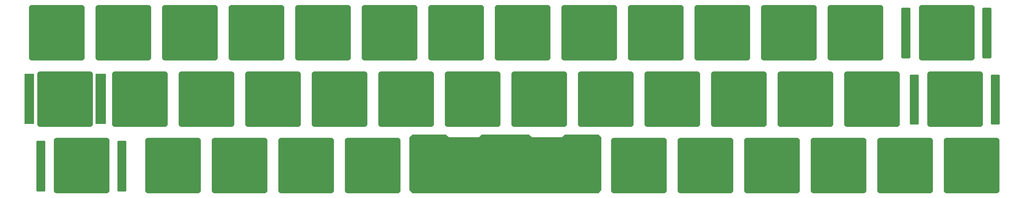
<source format=gbl>
%TF.GenerationSoftware,KiCad,Pcbnew,(5.99.0-10847-g28909c1a72)*%
%TF.CreationDate,2021-06-19T00:09:30+03:00*%
%TF.ProjectId,vanpole plates,76616e70-6f6c-4652-9070-6c617465732e,rev?*%
%TF.SameCoordinates,Original*%
%TF.FileFunction,Copper,L2,Bot*%
%TF.FilePolarity,Positive*%
%FSLAX46Y46*%
G04 Gerber Fmt 4.6, Leading zero omitted, Abs format (unit mm)*
G04 Created by KiCad (PCBNEW (5.99.0-10847-g28909c1a72)) date 2021-06-19 00:09:30*
%MOMM*%
%LPD*%
G01*
G04 APERTURE LIST*
G04 Aperture macros list*
%AMRoundRect*
0 Rectangle with rounded corners*
0 $1 Rounding radius*
0 $2 $3 $4 $5 $6 $7 $8 $9 X,Y pos of 4 corners*
0 Add a 4 corners polygon primitive as box body*
4,1,4,$2,$3,$4,$5,$6,$7,$8,$9,$2,$3,0*
0 Add four circle primitives for the rounded corners*
1,1,$1+$1,$2,$3*
1,1,$1+$1,$4,$5*
1,1,$1+$1,$6,$7*
1,1,$1+$1,$8,$9*
0 Add four rect primitives between the rounded corners*
20,1,$1+$1,$2,$3,$4,$5,0*
20,1,$1+$1,$4,$5,$6,$7,0*
20,1,$1+$1,$6,$7,$8,$9,0*
20,1,$1+$1,$8,$9,$2,$3,0*%
G04 Aperture macros list end*
%TA.AperFunction,NonConductor*%
%ADD10C,0.200000*%
%TD*%
%TA.AperFunction,SMDPad,CuDef*%
%ADD11RoundRect,1.008000X-6.992000X-6.992000X6.992000X-6.992000X6.992000X6.992000X-6.992000X6.992000X0*%
%TD*%
G04 APERTURE END LIST*
D10*
X287800000Y-235200000D02*
X287800000Y-249200000D01*
X287800000Y-249200000D02*
X287600000Y-249400000D01*
X287600000Y-249400000D02*
X285600000Y-249400000D01*
X285600000Y-249400000D02*
X285400000Y-249200000D01*
X285400000Y-249200000D02*
X285400000Y-235200000D01*
X285400000Y-235200000D02*
X285600000Y-235000000D01*
X285600000Y-235000000D02*
X287600000Y-235000000D01*
X287600000Y-235000000D02*
X287800000Y-235200000D01*
G36*
X287800000Y-235200000D02*
G01*
X287800000Y-249200000D01*
X287600000Y-249400000D01*
X285600000Y-249400000D01*
X285400000Y-249200000D01*
X285400000Y-235200000D01*
X285600000Y-235000000D01*
X287600000Y-235000000D01*
X287800000Y-235200000D01*
G37*
X287800000Y-235200000D02*
X287800000Y-249200000D01*
X287600000Y-249400000D01*
X285600000Y-249400000D01*
X285400000Y-249200000D01*
X285400000Y-235200000D01*
X285600000Y-235000000D01*
X287600000Y-235000000D01*
X287800000Y-235200000D01*
X264600000Y-235200000D02*
X264600000Y-249200000D01*
X264600000Y-249200000D02*
X264400000Y-249400000D01*
X264400000Y-249400000D02*
X262400000Y-249400000D01*
X262400000Y-249400000D02*
X262200000Y-249200000D01*
X262200000Y-249200000D02*
X262200000Y-235200000D01*
X262200000Y-235200000D02*
X262400000Y-235000000D01*
X262400000Y-235000000D02*
X264400000Y-235000000D01*
X264400000Y-235000000D02*
X264600000Y-235200000D01*
G36*
X264600000Y-235200000D02*
G01*
X264600000Y-249200000D01*
X264400000Y-249400000D01*
X262400000Y-249400000D01*
X262200000Y-249200000D01*
X262200000Y-235200000D01*
X262400000Y-235000000D01*
X264400000Y-235000000D01*
X264600000Y-235200000D01*
G37*
X264600000Y-235200000D02*
X264600000Y-249200000D01*
X264400000Y-249400000D01*
X262400000Y-249400000D01*
X262200000Y-249200000D01*
X262200000Y-235200000D01*
X262400000Y-235000000D01*
X264400000Y-235000000D01*
X264600000Y-235200000D01*
X290198991Y-254398831D02*
X290198991Y-268198831D01*
X290198991Y-268198831D02*
X289998991Y-268398831D01*
X289998991Y-268398831D02*
X287998991Y-268398831D01*
X287998991Y-268398831D02*
X287798991Y-268198831D01*
X287798991Y-268198831D02*
X287798991Y-254398831D01*
X287798991Y-254398831D02*
X287998991Y-254198831D01*
X287998991Y-254198831D02*
X289998991Y-254198831D01*
X289998991Y-254198831D02*
X290198991Y-254398831D01*
G36*
X290198991Y-254398831D02*
G01*
X290198991Y-268198831D01*
X289998991Y-268398831D01*
X287998991Y-268398831D01*
X287798991Y-268198831D01*
X287798991Y-254398831D01*
X287998991Y-254198831D01*
X289998991Y-254198831D01*
X290198991Y-254398831D01*
G37*
X290198991Y-254398831D02*
X290198991Y-268198831D01*
X289998991Y-268398831D01*
X287998991Y-268398831D01*
X287798991Y-268198831D01*
X287798991Y-254398831D01*
X287998991Y-254198831D01*
X289998991Y-254198831D01*
X290198991Y-254398831D01*
X266998088Y-254399522D02*
X266998088Y-268199522D01*
X266998088Y-268199522D02*
X266798088Y-268399522D01*
X266798088Y-268399522D02*
X264798088Y-268399522D01*
X264798088Y-268399522D02*
X264598088Y-268199522D01*
X264598088Y-268199522D02*
X264598088Y-254399522D01*
X264598088Y-254399522D02*
X264798088Y-254199522D01*
X264798088Y-254199522D02*
X266798088Y-254199522D01*
X266798088Y-254199522D02*
X266998088Y-254399522D01*
G36*
X266998088Y-254399522D02*
G01*
X266998088Y-268199522D01*
X266798088Y-268399522D01*
X264798088Y-268399522D01*
X264598088Y-268199522D01*
X264598088Y-254399522D01*
X264798088Y-254199522D01*
X266798088Y-254199522D01*
X266998088Y-254399522D01*
G37*
X266998088Y-254399522D02*
X266998088Y-268199522D01*
X266798088Y-268399522D01*
X264798088Y-268399522D01*
X264598088Y-268199522D01*
X264598088Y-254399522D01*
X264798088Y-254199522D01*
X266798088Y-254199522D01*
X266998088Y-254399522D01*
X16991702Y-273391924D02*
X16991702Y-287391924D01*
X16991702Y-287391924D02*
X16791702Y-287591924D01*
X16791702Y-287591924D02*
X14791702Y-287591924D01*
X14791702Y-287591924D02*
X14591702Y-287391924D01*
X14591702Y-287391924D02*
X14591702Y-273391924D01*
X14591702Y-273391924D02*
X14791702Y-273191924D01*
X14791702Y-273191924D02*
X16791702Y-273191924D01*
X16791702Y-273191924D02*
X16991702Y-273391924D01*
G36*
X16991702Y-273391924D02*
G01*
X16991702Y-287391924D01*
X16791702Y-287591924D01*
X14791702Y-287591924D01*
X14591702Y-287391924D01*
X14591702Y-273391924D01*
X14791702Y-273191924D01*
X16791702Y-273191924D01*
X16991702Y-273391924D01*
G37*
X16991702Y-273391924D02*
X16991702Y-287391924D01*
X16791702Y-287591924D01*
X14791702Y-287591924D01*
X14591702Y-287391924D01*
X14591702Y-273391924D01*
X14791702Y-273191924D01*
X16791702Y-273191924D01*
X16991702Y-273391924D01*
X40195344Y-273389596D02*
X40195344Y-287389596D01*
X40195344Y-287389596D02*
X39995344Y-287589596D01*
X39995344Y-287589596D02*
X37995344Y-287589596D01*
X37995344Y-287589596D02*
X37795344Y-287389596D01*
X37795344Y-287389596D02*
X37795344Y-273389596D01*
X37795344Y-273389596D02*
X37995344Y-273189596D01*
X37995344Y-273189596D02*
X39995344Y-273189596D01*
X39995344Y-273189596D02*
X40195344Y-273389596D01*
G36*
X40195344Y-273389596D02*
G01*
X40195344Y-287389596D01*
X39995344Y-287589596D01*
X37995344Y-287589596D01*
X37795344Y-287389596D01*
X37795344Y-273389596D01*
X37995344Y-273189596D01*
X39995344Y-273189596D01*
X40195344Y-273389596D01*
G37*
X40195344Y-273389596D02*
X40195344Y-287389596D01*
X39995344Y-287589596D01*
X37995344Y-287589596D01*
X37795344Y-287389596D01*
X37795344Y-273389596D01*
X37995344Y-273189596D01*
X39995344Y-273189596D01*
X40195344Y-273389596D01*
X34380183Y-268189424D02*
X31580183Y-268189424D01*
X31580183Y-268189424D02*
X31580183Y-253989424D01*
X31580183Y-253989424D02*
X34380183Y-253989424D01*
X34380183Y-253989424D02*
X34380183Y-268189424D01*
G36*
X34380183Y-268189424D02*
G01*
X31580183Y-268189424D01*
X31580183Y-253989424D01*
X34380183Y-253989424D01*
X34380183Y-268189424D01*
G37*
X34380183Y-268189424D02*
X31580183Y-268189424D01*
X31580183Y-253989424D01*
X34380183Y-253989424D01*
X34380183Y-268189424D01*
X13796060Y-268197893D02*
X11196060Y-268197893D01*
X11196060Y-268197893D02*
X11196060Y-253997893D01*
X11196060Y-253997893D02*
X13796060Y-253997893D01*
X13796060Y-253997893D02*
X13796060Y-268197893D01*
G36*
X13796060Y-268197893D02*
G01*
X11196060Y-268197893D01*
X11196060Y-253997893D01*
X13796060Y-253997893D01*
X13796060Y-268197893D01*
G37*
X13796060Y-268197893D02*
X11196060Y-268197893D01*
X11196060Y-253997893D01*
X13796060Y-253997893D01*
X13796060Y-268197893D01*
X132521196Y-272199399D02*
X141252446Y-272199399D01*
X141252446Y-272199399D02*
X142046196Y-271405649D01*
X142046196Y-271405649D02*
X155539946Y-271405649D01*
X155539946Y-271405649D02*
X156333696Y-272199399D01*
X156333696Y-272199399D02*
X165064946Y-272199399D01*
X165064946Y-272199399D02*
X165858696Y-271405649D01*
X165858696Y-271405649D02*
X175383696Y-271405649D01*
X175383696Y-271405649D02*
X176177446Y-272199399D01*
X176177446Y-272199399D02*
X176177446Y-287280649D01*
X176177446Y-287280649D02*
X175383696Y-288074399D01*
X175383696Y-288074399D02*
X122202446Y-288074399D01*
X122202446Y-288074399D02*
X121408696Y-287280649D01*
X121408696Y-287280649D02*
X121408696Y-272199399D01*
X121408696Y-272199399D02*
X122202446Y-271405649D01*
X122202446Y-271405649D02*
X131727446Y-271405649D01*
X131727446Y-271405649D02*
X132521196Y-272199399D01*
G36*
X132521196Y-272199399D02*
G01*
X141252446Y-272199399D01*
X142046196Y-271405649D01*
X155539946Y-271405649D01*
X156333696Y-272199399D01*
X165064946Y-272199399D01*
X165858696Y-271405649D01*
X175383696Y-271405649D01*
X176177446Y-272199399D01*
X176177446Y-287280649D01*
X175383696Y-288074399D01*
X122202446Y-288074399D01*
X121408696Y-287280649D01*
X121408696Y-272199399D01*
X122202446Y-271405649D01*
X131727446Y-271405649D01*
X132521196Y-272199399D01*
G37*
X132521196Y-272199399D02*
X141252446Y-272199399D01*
X142046196Y-271405649D01*
X155539946Y-271405649D01*
X156333696Y-272199399D01*
X165064946Y-272199399D01*
X165858696Y-271405649D01*
X175383696Y-271405649D01*
X176177446Y-272199399D01*
X176177446Y-287280649D01*
X175383696Y-288074399D01*
X122202446Y-288074399D01*
X121408696Y-287280649D01*
X121408696Y-272199399D01*
X122202446Y-271405649D01*
X131727446Y-271405649D01*
X132521196Y-272199399D01*
D11*
%TO.P,REF\u002A\u002A,1*%
%TO.N,N/C*%
X225137500Y-280193750D03*
%TD*%
%TO.P,REF\u002A\u002A,1*%
%TO.N,N/C*%
X253712500Y-261143750D03*
%TD*%
%TO.P,REF\u002A\u002A,1*%
%TO.N,N/C*%
X234662500Y-261143750D03*
%TD*%
%TO.P,REF\u002A\u002A,1*%
%TO.N,N/C*%
X215612500Y-261143750D03*
%TD*%
%TO.P,REF\u002A\u002A,1*%
%TO.N,N/C*%
X196562500Y-261143750D03*
%TD*%
%TO.P,REF\u002A\u002A,1*%
%TO.N,N/C*%
X177512500Y-261143750D03*
%TD*%
%TO.P,REF\u002A\u002A,1*%
%TO.N,N/C*%
X158462500Y-261143750D03*
%TD*%
%TO.P,REF\u002A\u002A,1*%
%TO.N,N/C*%
X139412500Y-261143750D03*
%TD*%
%TO.P,REF\u002A\u002A,1*%
%TO.N,N/C*%
X120362500Y-261143750D03*
%TD*%
%TO.P,REF\u002A\u002A,1*%
%TO.N,N/C*%
X101312500Y-261143750D03*
%TD*%
%TO.P,REF\u002A\u002A,1*%
%TO.N,N/C*%
X82262500Y-261143750D03*
%TD*%
%TO.P,REF\u002A\u002A,1*%
%TO.N,N/C*%
X63212500Y-261143750D03*
%TD*%
%TO.P,REF\u002A\u002A,1*%
%TO.N,N/C*%
X44162500Y-261143750D03*
%TD*%
%TO.P,REF\u002A\u002A,1*%
%TO.N,N/C*%
X53687500Y-280193750D03*
%TD*%
%TO.P,REF\u002A\u002A,1*%
%TO.N,N/C*%
X72737500Y-280193750D03*
%TD*%
%TO.P,REF\u002A\u002A,1*%
%TO.N,N/C*%
X91787500Y-280193750D03*
%TD*%
%TO.P,REF\u002A\u002A,1*%
%TO.N,N/C*%
X110837500Y-280193750D03*
%TD*%
%TO.P,REF\u002A\u002A,1*%
%TO.N,N/C*%
X187037500Y-280193750D03*
%TD*%
%TO.P,REF\u002A\u002A,1*%
%TO.N,N/C*%
X206087500Y-280193750D03*
%TD*%
%TO.P,REF\u002A\u002A,1*%
%TO.N,N/C*%
X277525000Y-261143750D03*
%TD*%
%TO.P,REF\u002A\u002A,1*%
%TO.N,N/C*%
X22731250Y-261143750D03*
%TD*%
%TO.P,REF\u002A\u002A,1*%
%TO.N,N/C*%
X27493750Y-280193750D03*
%TD*%
%TO.P,REF\u002A\u002A,1*%
%TO.N,N/C*%
X275143750Y-242093750D03*
%TD*%
%TO.P,REF\u002A\u002A,1*%
%TO.N,N/C*%
X248950000Y-242093750D03*
%TD*%
%TO.P,REF\u002A\u002A,1*%
%TO.N,N/C*%
X229900000Y-242093750D03*
%TD*%
%TO.P,REF\u002A\u002A,1*%
%TO.N,N/C*%
X210850000Y-242093750D03*
%TD*%
%TO.P,REF\u002A\u002A,1*%
%TO.N,N/C*%
X191800000Y-242093750D03*
%TD*%
%TO.P,REF\u002A\u002A,1*%
%TO.N,N/C*%
X172750000Y-242093750D03*
%TD*%
%TO.P,REF\u002A\u002A,1*%
%TO.N,N/C*%
X153700000Y-242093750D03*
%TD*%
%TO.P,REF\u002A\u002A,1*%
%TO.N,N/C*%
X134650000Y-242093750D03*
%TD*%
%TO.P,REF\u002A\u002A,1*%
%TO.N,N/C*%
X115600000Y-242093750D03*
%TD*%
%TO.P,REF\u002A\u002A,1*%
%TO.N,N/C*%
X96550000Y-242093750D03*
%TD*%
%TO.P,REF\u002A\u002A,1*%
%TO.N,N/C*%
X77500000Y-242093750D03*
%TD*%
%TO.P,REF\u002A\u002A,1*%
%TO.N,N/C*%
X58450000Y-242093750D03*
%TD*%
%TO.P,REF\u002A\u002A,1*%
%TO.N,N/C*%
X39400000Y-242093750D03*
%TD*%
%TO.P,REF\u002A\u002A,1*%
%TO.N,N/C*%
X20350000Y-242093750D03*
%TD*%
%TO.P,REF\u002A\u002A,1*%
%TO.N,N/C*%
X244187500Y-280193750D03*
%TD*%
%TO.P,REF\u002A\u002A,1*%
%TO.N,N/C*%
X263237500Y-280193750D03*
%TD*%
%TO.P,REF\u002A\u002A,1*%
%TO.N,N/C*%
X282287500Y-280193750D03*
%TD*%
M02*

</source>
